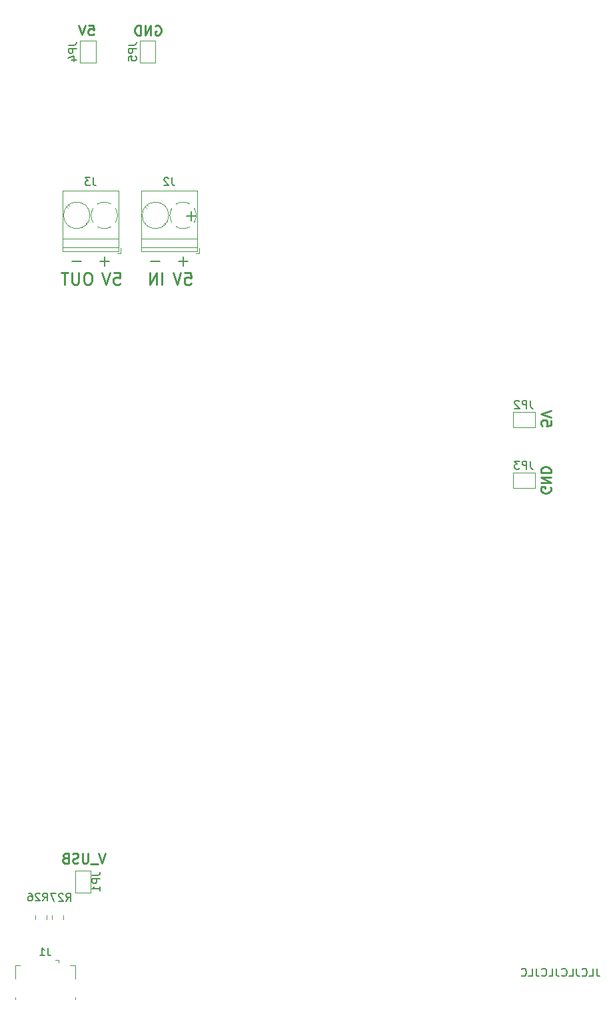
<source format=gbr>
%TF.GenerationSoftware,KiCad,Pcbnew,(7.0.0-0)*%
%TF.CreationDate,2023-05-03T20:48:31-04:00*%
%TF.ProjectId,InteractiveLEDs,496e7465-7261-4637-9469-76654c454473,rev?*%
%TF.SameCoordinates,Original*%
%TF.FileFunction,Legend,Bot*%
%TF.FilePolarity,Positive*%
%FSLAX46Y46*%
G04 Gerber Fmt 4.6, Leading zero omitted, Abs format (unit mm)*
G04 Created by KiCad (PCBNEW (7.0.0-0)) date 2023-05-03 20:48:31*
%MOMM*%
%LPD*%
G01*
G04 APERTURE LIST*
%ADD10C,0.250000*%
%ADD11C,0.200000*%
%ADD12C,0.150000*%
%ADD13C,0.120000*%
G04 APERTURE END LIST*
D10*
X145230952Y-144577976D02*
X144814285Y-145827976D01*
X144814285Y-145827976D02*
X144397619Y-144577976D01*
X144278571Y-145947023D02*
X143326190Y-145947023D01*
X143028570Y-144577976D02*
X143028570Y-145589880D01*
X143028570Y-145589880D02*
X142969047Y-145708928D01*
X142969047Y-145708928D02*
X142909523Y-145768452D01*
X142909523Y-145768452D02*
X142790475Y-145827976D01*
X142790475Y-145827976D02*
X142552380Y-145827976D01*
X142552380Y-145827976D02*
X142433332Y-145768452D01*
X142433332Y-145768452D02*
X142373809Y-145708928D01*
X142373809Y-145708928D02*
X142314285Y-145589880D01*
X142314285Y-145589880D02*
X142314285Y-144577976D01*
X141778570Y-145768452D02*
X141599999Y-145827976D01*
X141599999Y-145827976D02*
X141302380Y-145827976D01*
X141302380Y-145827976D02*
X141183332Y-145768452D01*
X141183332Y-145768452D02*
X141123808Y-145708928D01*
X141123808Y-145708928D02*
X141064285Y-145589880D01*
X141064285Y-145589880D02*
X141064285Y-145470833D01*
X141064285Y-145470833D02*
X141123808Y-145351785D01*
X141123808Y-145351785D02*
X141183332Y-145292261D01*
X141183332Y-145292261D02*
X141302380Y-145232738D01*
X141302380Y-145232738D02*
X141540475Y-145173214D01*
X141540475Y-145173214D02*
X141659523Y-145113690D01*
X141659523Y-145113690D02*
X141719046Y-145054166D01*
X141719046Y-145054166D02*
X141778570Y-144935119D01*
X141778570Y-144935119D02*
X141778570Y-144816071D01*
X141778570Y-144816071D02*
X141719046Y-144697023D01*
X141719046Y-144697023D02*
X141659523Y-144637500D01*
X141659523Y-144637500D02*
X141540475Y-144577976D01*
X141540475Y-144577976D02*
X141242856Y-144577976D01*
X141242856Y-144577976D02*
X141064285Y-144637500D01*
X140111904Y-145173214D02*
X139933332Y-145232738D01*
X139933332Y-145232738D02*
X139873809Y-145292261D01*
X139873809Y-145292261D02*
X139814285Y-145411309D01*
X139814285Y-145411309D02*
X139814285Y-145589880D01*
X139814285Y-145589880D02*
X139873809Y-145708928D01*
X139873809Y-145708928D02*
X139933332Y-145768452D01*
X139933332Y-145768452D02*
X140052380Y-145827976D01*
X140052380Y-145827976D02*
X140528570Y-145827976D01*
X140528570Y-145827976D02*
X140528570Y-144577976D01*
X140528570Y-144577976D02*
X140111904Y-144577976D01*
X140111904Y-144577976D02*
X139992856Y-144637500D01*
X139992856Y-144637500D02*
X139933332Y-144697023D01*
X139933332Y-144697023D02*
X139873809Y-144816071D01*
X139873809Y-144816071D02*
X139873809Y-144935119D01*
X139873809Y-144935119D02*
X139933332Y-145054166D01*
X139933332Y-145054166D02*
X139992856Y-145113690D01*
X139992856Y-145113690D02*
X140111904Y-145173214D01*
X140111904Y-145173214D02*
X140528570Y-145173214D01*
D11*
X142142857Y-69402142D02*
X141000000Y-69402142D01*
X207676190Y-159182380D02*
X207676190Y-159896666D01*
X207676190Y-159896666D02*
X207723809Y-160039523D01*
X207723809Y-160039523D02*
X207819047Y-160134761D01*
X207819047Y-160134761D02*
X207961904Y-160182380D01*
X207961904Y-160182380D02*
X208057142Y-160182380D01*
X206723809Y-160182380D02*
X207199999Y-160182380D01*
X207199999Y-160182380D02*
X207199999Y-159182380D01*
X205819047Y-160087142D02*
X205866666Y-160134761D01*
X205866666Y-160134761D02*
X206009523Y-160182380D01*
X206009523Y-160182380D02*
X206104761Y-160182380D01*
X206104761Y-160182380D02*
X206247618Y-160134761D01*
X206247618Y-160134761D02*
X206342856Y-160039523D01*
X206342856Y-160039523D02*
X206390475Y-159944285D01*
X206390475Y-159944285D02*
X206438094Y-159753809D01*
X206438094Y-159753809D02*
X206438094Y-159610952D01*
X206438094Y-159610952D02*
X206390475Y-159420476D01*
X206390475Y-159420476D02*
X206342856Y-159325238D01*
X206342856Y-159325238D02*
X206247618Y-159230000D01*
X206247618Y-159230000D02*
X206104761Y-159182380D01*
X206104761Y-159182380D02*
X206009523Y-159182380D01*
X206009523Y-159182380D02*
X205866666Y-159230000D01*
X205866666Y-159230000D02*
X205819047Y-159277619D01*
X205104761Y-159182380D02*
X205104761Y-159896666D01*
X205104761Y-159896666D02*
X205152380Y-160039523D01*
X205152380Y-160039523D02*
X205247618Y-160134761D01*
X205247618Y-160134761D02*
X205390475Y-160182380D01*
X205390475Y-160182380D02*
X205485713Y-160182380D01*
X204152380Y-160182380D02*
X204628570Y-160182380D01*
X204628570Y-160182380D02*
X204628570Y-159182380D01*
X203247618Y-160087142D02*
X203295237Y-160134761D01*
X203295237Y-160134761D02*
X203438094Y-160182380D01*
X203438094Y-160182380D02*
X203533332Y-160182380D01*
X203533332Y-160182380D02*
X203676189Y-160134761D01*
X203676189Y-160134761D02*
X203771427Y-160039523D01*
X203771427Y-160039523D02*
X203819046Y-159944285D01*
X203819046Y-159944285D02*
X203866665Y-159753809D01*
X203866665Y-159753809D02*
X203866665Y-159610952D01*
X203866665Y-159610952D02*
X203819046Y-159420476D01*
X203819046Y-159420476D02*
X203771427Y-159325238D01*
X203771427Y-159325238D02*
X203676189Y-159230000D01*
X203676189Y-159230000D02*
X203533332Y-159182380D01*
X203533332Y-159182380D02*
X203438094Y-159182380D01*
X203438094Y-159182380D02*
X203295237Y-159230000D01*
X203295237Y-159230000D02*
X203247618Y-159277619D01*
X202533332Y-159182380D02*
X202533332Y-159896666D01*
X202533332Y-159896666D02*
X202580951Y-160039523D01*
X202580951Y-160039523D02*
X202676189Y-160134761D01*
X202676189Y-160134761D02*
X202819046Y-160182380D01*
X202819046Y-160182380D02*
X202914284Y-160182380D01*
X201580951Y-160182380D02*
X202057141Y-160182380D01*
X202057141Y-160182380D02*
X202057141Y-159182380D01*
X200676189Y-160087142D02*
X200723808Y-160134761D01*
X200723808Y-160134761D02*
X200866665Y-160182380D01*
X200866665Y-160182380D02*
X200961903Y-160182380D01*
X200961903Y-160182380D02*
X201104760Y-160134761D01*
X201104760Y-160134761D02*
X201199998Y-160039523D01*
X201199998Y-160039523D02*
X201247617Y-159944285D01*
X201247617Y-159944285D02*
X201295236Y-159753809D01*
X201295236Y-159753809D02*
X201295236Y-159610952D01*
X201295236Y-159610952D02*
X201247617Y-159420476D01*
X201247617Y-159420476D02*
X201199998Y-159325238D01*
X201199998Y-159325238D02*
X201104760Y-159230000D01*
X201104760Y-159230000D02*
X200961903Y-159182380D01*
X200961903Y-159182380D02*
X200866665Y-159182380D01*
X200866665Y-159182380D02*
X200723808Y-159230000D01*
X200723808Y-159230000D02*
X200676189Y-159277619D01*
X199961903Y-159182380D02*
X199961903Y-159896666D01*
X199961903Y-159896666D02*
X200009522Y-160039523D01*
X200009522Y-160039523D02*
X200104760Y-160134761D01*
X200104760Y-160134761D02*
X200247617Y-160182380D01*
X200247617Y-160182380D02*
X200342855Y-160182380D01*
X199009522Y-160182380D02*
X199485712Y-160182380D01*
X199485712Y-160182380D02*
X199485712Y-159182380D01*
X198104760Y-160087142D02*
X198152379Y-160134761D01*
X198152379Y-160134761D02*
X198295236Y-160182380D01*
X198295236Y-160182380D02*
X198390474Y-160182380D01*
X198390474Y-160182380D02*
X198533331Y-160134761D01*
X198533331Y-160134761D02*
X198628569Y-160039523D01*
X198628569Y-160039523D02*
X198676188Y-159944285D01*
X198676188Y-159944285D02*
X198723807Y-159753809D01*
X198723807Y-159753809D02*
X198723807Y-159610952D01*
X198723807Y-159610952D02*
X198676188Y-159420476D01*
X198676188Y-159420476D02*
X198628569Y-159325238D01*
X198628569Y-159325238D02*
X198533331Y-159230000D01*
X198533331Y-159230000D02*
X198390474Y-159182380D01*
X198390474Y-159182380D02*
X198295236Y-159182380D01*
X198295236Y-159182380D02*
X198152379Y-159230000D01*
X198152379Y-159230000D02*
X198104760Y-159277619D01*
D10*
X201762500Y-98097619D02*
X201822023Y-98216666D01*
X201822023Y-98216666D02*
X201822023Y-98395238D01*
X201822023Y-98395238D02*
X201762500Y-98573809D01*
X201762500Y-98573809D02*
X201643452Y-98692857D01*
X201643452Y-98692857D02*
X201524404Y-98752380D01*
X201524404Y-98752380D02*
X201286309Y-98811904D01*
X201286309Y-98811904D02*
X201107738Y-98811904D01*
X201107738Y-98811904D02*
X200869642Y-98752380D01*
X200869642Y-98752380D02*
X200750595Y-98692857D01*
X200750595Y-98692857D02*
X200631547Y-98573809D01*
X200631547Y-98573809D02*
X200572023Y-98395238D01*
X200572023Y-98395238D02*
X200572023Y-98276190D01*
X200572023Y-98276190D02*
X200631547Y-98097619D01*
X200631547Y-98097619D02*
X200691071Y-98038095D01*
X200691071Y-98038095D02*
X201107738Y-98038095D01*
X201107738Y-98038095D02*
X201107738Y-98276190D01*
X200572023Y-97502380D02*
X201822023Y-97502380D01*
X201822023Y-97502380D02*
X200572023Y-96788095D01*
X200572023Y-96788095D02*
X201822023Y-96788095D01*
X200572023Y-96192856D02*
X201822023Y-96192856D01*
X201822023Y-96192856D02*
X201822023Y-95895237D01*
X201822023Y-95895237D02*
X201762500Y-95716666D01*
X201762500Y-95716666D02*
X201643452Y-95597618D01*
X201643452Y-95597618D02*
X201524404Y-95538095D01*
X201524404Y-95538095D02*
X201286309Y-95478571D01*
X201286309Y-95478571D02*
X201107738Y-95478571D01*
X201107738Y-95478571D02*
X200869642Y-95538095D01*
X200869642Y-95538095D02*
X200750595Y-95597618D01*
X200750595Y-95597618D02*
X200631547Y-95716666D01*
X200631547Y-95716666D02*
X200572023Y-95895237D01*
X200572023Y-95895237D02*
X200572023Y-96192856D01*
X146328571Y-70823571D02*
X147042857Y-70823571D01*
X147042857Y-70823571D02*
X147114285Y-71537857D01*
X147114285Y-71537857D02*
X147042857Y-71466428D01*
X147042857Y-71466428D02*
X146900000Y-71395000D01*
X146900000Y-71395000D02*
X146542857Y-71395000D01*
X146542857Y-71395000D02*
X146400000Y-71466428D01*
X146400000Y-71466428D02*
X146328571Y-71537857D01*
X146328571Y-71537857D02*
X146257142Y-71680714D01*
X146257142Y-71680714D02*
X146257142Y-72037857D01*
X146257142Y-72037857D02*
X146328571Y-72180714D01*
X146328571Y-72180714D02*
X146400000Y-72252142D01*
X146400000Y-72252142D02*
X146542857Y-72323571D01*
X146542857Y-72323571D02*
X146900000Y-72323571D01*
X146900000Y-72323571D02*
X147042857Y-72252142D01*
X147042857Y-72252142D02*
X147114285Y-72180714D01*
X145828571Y-70823571D02*
X145328571Y-72323571D01*
X145328571Y-72323571D02*
X144828571Y-70823571D01*
X143142857Y-70823571D02*
X142857143Y-70823571D01*
X142857143Y-70823571D02*
X142714286Y-70895000D01*
X142714286Y-70895000D02*
X142571429Y-71037857D01*
X142571429Y-71037857D02*
X142500000Y-71323571D01*
X142500000Y-71323571D02*
X142500000Y-71823571D01*
X142500000Y-71823571D02*
X142571429Y-72109285D01*
X142571429Y-72109285D02*
X142714286Y-72252142D01*
X142714286Y-72252142D02*
X142857143Y-72323571D01*
X142857143Y-72323571D02*
X143142857Y-72323571D01*
X143142857Y-72323571D02*
X143285715Y-72252142D01*
X143285715Y-72252142D02*
X143428572Y-72109285D01*
X143428572Y-72109285D02*
X143500000Y-71823571D01*
X143500000Y-71823571D02*
X143500000Y-71323571D01*
X143500000Y-71323571D02*
X143428572Y-71037857D01*
X143428572Y-71037857D02*
X143285715Y-70895000D01*
X143285715Y-70895000D02*
X143142857Y-70823571D01*
X141857143Y-70823571D02*
X141857143Y-72037857D01*
X141857143Y-72037857D02*
X141785714Y-72180714D01*
X141785714Y-72180714D02*
X141714286Y-72252142D01*
X141714286Y-72252142D02*
X141571428Y-72323571D01*
X141571428Y-72323571D02*
X141285714Y-72323571D01*
X141285714Y-72323571D02*
X141142857Y-72252142D01*
X141142857Y-72252142D02*
X141071428Y-72180714D01*
X141071428Y-72180714D02*
X141000000Y-72037857D01*
X141000000Y-72037857D02*
X141000000Y-70823571D01*
X140499999Y-70823571D02*
X139642857Y-70823571D01*
X140071428Y-72323571D02*
X140071428Y-70823571D01*
D11*
X145692857Y-69402142D02*
X144550000Y-69402142D01*
X145121428Y-69973571D02*
X145121428Y-68830714D01*
X152142857Y-69402142D02*
X151000000Y-69402142D01*
X155692857Y-69402142D02*
X154550000Y-69402142D01*
X155121428Y-69973571D02*
X155121428Y-68830714D01*
D10*
X143107142Y-39377976D02*
X143702380Y-39377976D01*
X143702380Y-39377976D02*
X143761904Y-39973214D01*
X143761904Y-39973214D02*
X143702380Y-39913690D01*
X143702380Y-39913690D02*
X143583333Y-39854166D01*
X143583333Y-39854166D02*
X143285714Y-39854166D01*
X143285714Y-39854166D02*
X143166666Y-39913690D01*
X143166666Y-39913690D02*
X143107142Y-39973214D01*
X143107142Y-39973214D02*
X143047619Y-40092261D01*
X143047619Y-40092261D02*
X143047619Y-40389880D01*
X143047619Y-40389880D02*
X143107142Y-40508928D01*
X143107142Y-40508928D02*
X143166666Y-40568452D01*
X143166666Y-40568452D02*
X143285714Y-40627976D01*
X143285714Y-40627976D02*
X143583333Y-40627976D01*
X143583333Y-40627976D02*
X143702380Y-40568452D01*
X143702380Y-40568452D02*
X143761904Y-40508928D01*
X142690476Y-39377976D02*
X142273809Y-40627976D01*
X142273809Y-40627976D02*
X141857143Y-39377976D01*
X201872023Y-89607142D02*
X201872023Y-90202380D01*
X201872023Y-90202380D02*
X201276785Y-90261904D01*
X201276785Y-90261904D02*
X201336309Y-90202380D01*
X201336309Y-90202380D02*
X201395833Y-90083333D01*
X201395833Y-90083333D02*
X201395833Y-89785714D01*
X201395833Y-89785714D02*
X201336309Y-89666666D01*
X201336309Y-89666666D02*
X201276785Y-89607142D01*
X201276785Y-89607142D02*
X201157738Y-89547619D01*
X201157738Y-89547619D02*
X200860119Y-89547619D01*
X200860119Y-89547619D02*
X200741071Y-89607142D01*
X200741071Y-89607142D02*
X200681547Y-89666666D01*
X200681547Y-89666666D02*
X200622023Y-89785714D01*
X200622023Y-89785714D02*
X200622023Y-90083333D01*
X200622023Y-90083333D02*
X200681547Y-90202380D01*
X200681547Y-90202380D02*
X200741071Y-90261904D01*
X201872023Y-89190476D02*
X200622023Y-88773809D01*
X200622023Y-88773809D02*
X201872023Y-88357143D01*
X151597619Y-39487500D02*
X151716666Y-39427976D01*
X151716666Y-39427976D02*
X151895238Y-39427976D01*
X151895238Y-39427976D02*
X152073809Y-39487500D01*
X152073809Y-39487500D02*
X152192857Y-39606547D01*
X152192857Y-39606547D02*
X152252380Y-39725595D01*
X152252380Y-39725595D02*
X152311904Y-39963690D01*
X152311904Y-39963690D02*
X152311904Y-40142261D01*
X152311904Y-40142261D02*
X152252380Y-40380357D01*
X152252380Y-40380357D02*
X152192857Y-40499404D01*
X152192857Y-40499404D02*
X152073809Y-40618452D01*
X152073809Y-40618452D02*
X151895238Y-40677976D01*
X151895238Y-40677976D02*
X151776190Y-40677976D01*
X151776190Y-40677976D02*
X151597619Y-40618452D01*
X151597619Y-40618452D02*
X151538095Y-40558928D01*
X151538095Y-40558928D02*
X151538095Y-40142261D01*
X151538095Y-40142261D02*
X151776190Y-40142261D01*
X151002380Y-40677976D02*
X151002380Y-39427976D01*
X151002380Y-39427976D02*
X150288095Y-40677976D01*
X150288095Y-40677976D02*
X150288095Y-39427976D01*
X149692856Y-40677976D02*
X149692856Y-39427976D01*
X149692856Y-39427976D02*
X149395237Y-39427976D01*
X149395237Y-39427976D02*
X149216666Y-39487500D01*
X149216666Y-39487500D02*
X149097618Y-39606547D01*
X149097618Y-39606547D02*
X149038095Y-39725595D01*
X149038095Y-39725595D02*
X148978571Y-39963690D01*
X148978571Y-39963690D02*
X148978571Y-40142261D01*
X148978571Y-40142261D02*
X149038095Y-40380357D01*
X149038095Y-40380357D02*
X149097618Y-40499404D01*
X149097618Y-40499404D02*
X149216666Y-40618452D01*
X149216666Y-40618452D02*
X149395237Y-40677976D01*
X149395237Y-40677976D02*
X149692856Y-40677976D01*
D11*
X156697970Y-63652142D02*
X155555113Y-63652142D01*
X156126541Y-64223571D02*
X156126541Y-63080714D01*
D10*
X155328571Y-70823571D02*
X156042857Y-70823571D01*
X156042857Y-70823571D02*
X156114285Y-71537857D01*
X156114285Y-71537857D02*
X156042857Y-71466428D01*
X156042857Y-71466428D02*
X155900000Y-71395000D01*
X155900000Y-71395000D02*
X155542857Y-71395000D01*
X155542857Y-71395000D02*
X155400000Y-71466428D01*
X155400000Y-71466428D02*
X155328571Y-71537857D01*
X155328571Y-71537857D02*
X155257142Y-71680714D01*
X155257142Y-71680714D02*
X155257142Y-72037857D01*
X155257142Y-72037857D02*
X155328571Y-72180714D01*
X155328571Y-72180714D02*
X155400000Y-72252142D01*
X155400000Y-72252142D02*
X155542857Y-72323571D01*
X155542857Y-72323571D02*
X155900000Y-72323571D01*
X155900000Y-72323571D02*
X156042857Y-72252142D01*
X156042857Y-72252142D02*
X156114285Y-72180714D01*
X154828571Y-70823571D02*
X154328571Y-72323571D01*
X154328571Y-72323571D02*
X153828571Y-70823571D01*
X152428572Y-72323571D02*
X152428572Y-70823571D01*
X151714286Y-72323571D02*
X151714286Y-70823571D01*
X151714286Y-70823571D02*
X150857143Y-72323571D01*
X150857143Y-72323571D02*
X150857143Y-70823571D01*
D12*
%TO.C,J3*%
X143683333Y-58757380D02*
X143683333Y-59471666D01*
X143683333Y-59471666D02*
X143730952Y-59614523D01*
X143730952Y-59614523D02*
X143826190Y-59709761D01*
X143826190Y-59709761D02*
X143969047Y-59757380D01*
X143969047Y-59757380D02*
X144064285Y-59757380D01*
X143302380Y-58757380D02*
X142683333Y-58757380D01*
X142683333Y-58757380D02*
X143016666Y-59138333D01*
X143016666Y-59138333D02*
X142873809Y-59138333D01*
X142873809Y-59138333D02*
X142778571Y-59185952D01*
X142778571Y-59185952D02*
X142730952Y-59233571D01*
X142730952Y-59233571D02*
X142683333Y-59328809D01*
X142683333Y-59328809D02*
X142683333Y-59566904D01*
X142683333Y-59566904D02*
X142730952Y-59662142D01*
X142730952Y-59662142D02*
X142778571Y-59709761D01*
X142778571Y-59709761D02*
X142873809Y-59757380D01*
X142873809Y-59757380D02*
X143159523Y-59757380D01*
X143159523Y-59757380D02*
X143254761Y-59709761D01*
X143254761Y-59709761D02*
X143302380Y-59662142D01*
%TO.C,R26*%
X137292857Y-150617380D02*
X137626190Y-150141190D01*
X137864285Y-150617380D02*
X137864285Y-149617380D01*
X137864285Y-149617380D02*
X137483333Y-149617380D01*
X137483333Y-149617380D02*
X137388095Y-149665000D01*
X137388095Y-149665000D02*
X137340476Y-149712619D01*
X137340476Y-149712619D02*
X137292857Y-149807857D01*
X137292857Y-149807857D02*
X137292857Y-149950714D01*
X137292857Y-149950714D02*
X137340476Y-150045952D01*
X137340476Y-150045952D02*
X137388095Y-150093571D01*
X137388095Y-150093571D02*
X137483333Y-150141190D01*
X137483333Y-150141190D02*
X137864285Y-150141190D01*
X136911904Y-149712619D02*
X136864285Y-149665000D01*
X136864285Y-149665000D02*
X136769047Y-149617380D01*
X136769047Y-149617380D02*
X136530952Y-149617380D01*
X136530952Y-149617380D02*
X136435714Y-149665000D01*
X136435714Y-149665000D02*
X136388095Y-149712619D01*
X136388095Y-149712619D02*
X136340476Y-149807857D01*
X136340476Y-149807857D02*
X136340476Y-149903095D01*
X136340476Y-149903095D02*
X136388095Y-150045952D01*
X136388095Y-150045952D02*
X136959523Y-150617380D01*
X136959523Y-150617380D02*
X136340476Y-150617380D01*
X135483333Y-149617380D02*
X135673809Y-149617380D01*
X135673809Y-149617380D02*
X135769047Y-149665000D01*
X135769047Y-149665000D02*
X135816666Y-149712619D01*
X135816666Y-149712619D02*
X135911904Y-149855476D01*
X135911904Y-149855476D02*
X135959523Y-150045952D01*
X135959523Y-150045952D02*
X135959523Y-150426904D01*
X135959523Y-150426904D02*
X135911904Y-150522142D01*
X135911904Y-150522142D02*
X135864285Y-150569761D01*
X135864285Y-150569761D02*
X135769047Y-150617380D01*
X135769047Y-150617380D02*
X135578571Y-150617380D01*
X135578571Y-150617380D02*
X135483333Y-150569761D01*
X135483333Y-150569761D02*
X135435714Y-150522142D01*
X135435714Y-150522142D02*
X135388095Y-150426904D01*
X135388095Y-150426904D02*
X135388095Y-150188809D01*
X135388095Y-150188809D02*
X135435714Y-150093571D01*
X135435714Y-150093571D02*
X135483333Y-150045952D01*
X135483333Y-150045952D02*
X135578571Y-149998333D01*
X135578571Y-149998333D02*
X135769047Y-149998333D01*
X135769047Y-149998333D02*
X135864285Y-150045952D01*
X135864285Y-150045952D02*
X135911904Y-150093571D01*
X135911904Y-150093571D02*
X135959523Y-150188809D01*
%TO.C,JP4*%
X140567380Y-41916666D02*
X141281666Y-41916666D01*
X141281666Y-41916666D02*
X141424523Y-41869047D01*
X141424523Y-41869047D02*
X141519761Y-41773809D01*
X141519761Y-41773809D02*
X141567380Y-41630952D01*
X141567380Y-41630952D02*
X141567380Y-41535714D01*
X141567380Y-42392857D02*
X140567380Y-42392857D01*
X140567380Y-42392857D02*
X140567380Y-42773809D01*
X140567380Y-42773809D02*
X140615000Y-42869047D01*
X140615000Y-42869047D02*
X140662619Y-42916666D01*
X140662619Y-42916666D02*
X140757857Y-42964285D01*
X140757857Y-42964285D02*
X140900714Y-42964285D01*
X140900714Y-42964285D02*
X140995952Y-42916666D01*
X140995952Y-42916666D02*
X141043571Y-42869047D01*
X141043571Y-42869047D02*
X141091190Y-42773809D01*
X141091190Y-42773809D02*
X141091190Y-42392857D01*
X140900714Y-43821428D02*
X141567380Y-43821428D01*
X140519761Y-43583333D02*
X141234047Y-43345238D01*
X141234047Y-43345238D02*
X141234047Y-43964285D01*
%TO.C,R27*%
X140242857Y-150667380D02*
X140576190Y-150191190D01*
X140814285Y-150667380D02*
X140814285Y-149667380D01*
X140814285Y-149667380D02*
X140433333Y-149667380D01*
X140433333Y-149667380D02*
X140338095Y-149715000D01*
X140338095Y-149715000D02*
X140290476Y-149762619D01*
X140290476Y-149762619D02*
X140242857Y-149857857D01*
X140242857Y-149857857D02*
X140242857Y-150000714D01*
X140242857Y-150000714D02*
X140290476Y-150095952D01*
X140290476Y-150095952D02*
X140338095Y-150143571D01*
X140338095Y-150143571D02*
X140433333Y-150191190D01*
X140433333Y-150191190D02*
X140814285Y-150191190D01*
X139861904Y-149762619D02*
X139814285Y-149715000D01*
X139814285Y-149715000D02*
X139719047Y-149667380D01*
X139719047Y-149667380D02*
X139480952Y-149667380D01*
X139480952Y-149667380D02*
X139385714Y-149715000D01*
X139385714Y-149715000D02*
X139338095Y-149762619D01*
X139338095Y-149762619D02*
X139290476Y-149857857D01*
X139290476Y-149857857D02*
X139290476Y-149953095D01*
X139290476Y-149953095D02*
X139338095Y-150095952D01*
X139338095Y-150095952D02*
X139909523Y-150667380D01*
X139909523Y-150667380D02*
X139290476Y-150667380D01*
X138957142Y-149667380D02*
X138290476Y-149667380D01*
X138290476Y-149667380D02*
X138719047Y-150667380D01*
%TO.C,J1*%
X137908333Y-156567380D02*
X137908333Y-157281666D01*
X137908333Y-157281666D02*
X137955952Y-157424523D01*
X137955952Y-157424523D02*
X138051190Y-157519761D01*
X138051190Y-157519761D02*
X138194047Y-157567380D01*
X138194047Y-157567380D02*
X138289285Y-157567380D01*
X136908333Y-157567380D02*
X137479761Y-157567380D01*
X137194047Y-157567380D02*
X137194047Y-156567380D01*
X137194047Y-156567380D02*
X137289285Y-156710238D01*
X137289285Y-156710238D02*
X137384523Y-156805476D01*
X137384523Y-156805476D02*
X137479761Y-156853095D01*
%TO.C,JP1*%
X143567380Y-147341666D02*
X144281666Y-147341666D01*
X144281666Y-147341666D02*
X144424523Y-147294047D01*
X144424523Y-147294047D02*
X144519761Y-147198809D01*
X144519761Y-147198809D02*
X144567380Y-147055952D01*
X144567380Y-147055952D02*
X144567380Y-146960714D01*
X144567380Y-147817857D02*
X143567380Y-147817857D01*
X143567380Y-147817857D02*
X143567380Y-148198809D01*
X143567380Y-148198809D02*
X143615000Y-148294047D01*
X143615000Y-148294047D02*
X143662619Y-148341666D01*
X143662619Y-148341666D02*
X143757857Y-148389285D01*
X143757857Y-148389285D02*
X143900714Y-148389285D01*
X143900714Y-148389285D02*
X143995952Y-148341666D01*
X143995952Y-148341666D02*
X144043571Y-148294047D01*
X144043571Y-148294047D02*
X144091190Y-148198809D01*
X144091190Y-148198809D02*
X144091190Y-147817857D01*
X144567380Y-149341666D02*
X144567380Y-148770238D01*
X144567380Y-149055952D02*
X143567380Y-149055952D01*
X143567380Y-149055952D02*
X143710238Y-148960714D01*
X143710238Y-148960714D02*
X143805476Y-148865476D01*
X143805476Y-148865476D02*
X143853095Y-148770238D01*
%TO.C,JP3*%
X199233333Y-94767380D02*
X199233333Y-95481666D01*
X199233333Y-95481666D02*
X199280952Y-95624523D01*
X199280952Y-95624523D02*
X199376190Y-95719761D01*
X199376190Y-95719761D02*
X199519047Y-95767380D01*
X199519047Y-95767380D02*
X199614285Y-95767380D01*
X198757142Y-95767380D02*
X198757142Y-94767380D01*
X198757142Y-94767380D02*
X198376190Y-94767380D01*
X198376190Y-94767380D02*
X198280952Y-94815000D01*
X198280952Y-94815000D02*
X198233333Y-94862619D01*
X198233333Y-94862619D02*
X198185714Y-94957857D01*
X198185714Y-94957857D02*
X198185714Y-95100714D01*
X198185714Y-95100714D02*
X198233333Y-95195952D01*
X198233333Y-95195952D02*
X198280952Y-95243571D01*
X198280952Y-95243571D02*
X198376190Y-95291190D01*
X198376190Y-95291190D02*
X198757142Y-95291190D01*
X197852380Y-94767380D02*
X197233333Y-94767380D01*
X197233333Y-94767380D02*
X197566666Y-95148333D01*
X197566666Y-95148333D02*
X197423809Y-95148333D01*
X197423809Y-95148333D02*
X197328571Y-95195952D01*
X197328571Y-95195952D02*
X197280952Y-95243571D01*
X197280952Y-95243571D02*
X197233333Y-95338809D01*
X197233333Y-95338809D02*
X197233333Y-95576904D01*
X197233333Y-95576904D02*
X197280952Y-95672142D01*
X197280952Y-95672142D02*
X197328571Y-95719761D01*
X197328571Y-95719761D02*
X197423809Y-95767380D01*
X197423809Y-95767380D02*
X197709523Y-95767380D01*
X197709523Y-95767380D02*
X197804761Y-95719761D01*
X197804761Y-95719761D02*
X197852380Y-95672142D01*
%TO.C,J2*%
X153683333Y-58757380D02*
X153683333Y-59471666D01*
X153683333Y-59471666D02*
X153730952Y-59614523D01*
X153730952Y-59614523D02*
X153826190Y-59709761D01*
X153826190Y-59709761D02*
X153969047Y-59757380D01*
X153969047Y-59757380D02*
X154064285Y-59757380D01*
X153254761Y-58852619D02*
X153207142Y-58805000D01*
X153207142Y-58805000D02*
X153111904Y-58757380D01*
X153111904Y-58757380D02*
X152873809Y-58757380D01*
X152873809Y-58757380D02*
X152778571Y-58805000D01*
X152778571Y-58805000D02*
X152730952Y-58852619D01*
X152730952Y-58852619D02*
X152683333Y-58947857D01*
X152683333Y-58947857D02*
X152683333Y-59043095D01*
X152683333Y-59043095D02*
X152730952Y-59185952D01*
X152730952Y-59185952D02*
X153302380Y-59757380D01*
X153302380Y-59757380D02*
X152683333Y-59757380D01*
%TO.C,JP5*%
X148167380Y-41916666D02*
X148881666Y-41916666D01*
X148881666Y-41916666D02*
X149024523Y-41869047D01*
X149024523Y-41869047D02*
X149119761Y-41773809D01*
X149119761Y-41773809D02*
X149167380Y-41630952D01*
X149167380Y-41630952D02*
X149167380Y-41535714D01*
X149167380Y-42392857D02*
X148167380Y-42392857D01*
X148167380Y-42392857D02*
X148167380Y-42773809D01*
X148167380Y-42773809D02*
X148215000Y-42869047D01*
X148215000Y-42869047D02*
X148262619Y-42916666D01*
X148262619Y-42916666D02*
X148357857Y-42964285D01*
X148357857Y-42964285D02*
X148500714Y-42964285D01*
X148500714Y-42964285D02*
X148595952Y-42916666D01*
X148595952Y-42916666D02*
X148643571Y-42869047D01*
X148643571Y-42869047D02*
X148691190Y-42773809D01*
X148691190Y-42773809D02*
X148691190Y-42392857D01*
X148167380Y-43869047D02*
X148167380Y-43392857D01*
X148167380Y-43392857D02*
X148643571Y-43345238D01*
X148643571Y-43345238D02*
X148595952Y-43392857D01*
X148595952Y-43392857D02*
X148548333Y-43488095D01*
X148548333Y-43488095D02*
X148548333Y-43726190D01*
X148548333Y-43726190D02*
X148595952Y-43821428D01*
X148595952Y-43821428D02*
X148643571Y-43869047D01*
X148643571Y-43869047D02*
X148738809Y-43916666D01*
X148738809Y-43916666D02*
X148976904Y-43916666D01*
X148976904Y-43916666D02*
X149072142Y-43869047D01*
X149072142Y-43869047D02*
X149119761Y-43821428D01*
X149119761Y-43821428D02*
X149167380Y-43726190D01*
X149167380Y-43726190D02*
X149167380Y-43488095D01*
X149167380Y-43488095D02*
X149119761Y-43392857D01*
X149119761Y-43392857D02*
X149072142Y-43345238D01*
%TO.C,JP2*%
X199233333Y-87067380D02*
X199233333Y-87781666D01*
X199233333Y-87781666D02*
X199280952Y-87924523D01*
X199280952Y-87924523D02*
X199376190Y-88019761D01*
X199376190Y-88019761D02*
X199519047Y-88067380D01*
X199519047Y-88067380D02*
X199614285Y-88067380D01*
X198757142Y-88067380D02*
X198757142Y-87067380D01*
X198757142Y-87067380D02*
X198376190Y-87067380D01*
X198376190Y-87067380D02*
X198280952Y-87115000D01*
X198280952Y-87115000D02*
X198233333Y-87162619D01*
X198233333Y-87162619D02*
X198185714Y-87257857D01*
X198185714Y-87257857D02*
X198185714Y-87400714D01*
X198185714Y-87400714D02*
X198233333Y-87495952D01*
X198233333Y-87495952D02*
X198280952Y-87543571D01*
X198280952Y-87543571D02*
X198376190Y-87591190D01*
X198376190Y-87591190D02*
X198757142Y-87591190D01*
X197804761Y-87162619D02*
X197757142Y-87115000D01*
X197757142Y-87115000D02*
X197661904Y-87067380D01*
X197661904Y-87067380D02*
X197423809Y-87067380D01*
X197423809Y-87067380D02*
X197328571Y-87115000D01*
X197328571Y-87115000D02*
X197280952Y-87162619D01*
X197280952Y-87162619D02*
X197233333Y-87257857D01*
X197233333Y-87257857D02*
X197233333Y-87353095D01*
X197233333Y-87353095D02*
X197280952Y-87495952D01*
X197280952Y-87495952D02*
X197852380Y-88067380D01*
X197852380Y-88067380D02*
X197233333Y-88067380D01*
D13*
%TO.C,J3*%
X147150000Y-68350000D02*
X146750000Y-68350000D01*
X147150000Y-67710000D02*
X147150000Y-68350000D01*
X146910000Y-68110000D02*
X139790000Y-68110000D01*
X146910000Y-67650000D02*
X139790000Y-67650000D01*
X146910000Y-66550000D02*
X139790000Y-66550000D01*
X146910000Y-60390000D02*
X146910000Y-68110000D01*
X146910000Y-60390000D02*
X139790000Y-60390000D01*
X142745000Y-64491000D02*
X142874000Y-64619000D01*
X142575000Y-64731000D02*
X142669000Y-64824000D01*
X140530000Y-62275000D02*
X140624000Y-62369000D01*
X140325000Y-62481000D02*
X140454000Y-62609000D01*
X139790000Y-60390000D02*
X139790000Y-68110000D01*
X146525358Y-64439894D02*
G75*
G03*
X146540000Y-62684000I-1425356J889894D01*
G01*
X145071326Y-65230098D02*
G75*
G03*
X145966000Y-64990000I28671J1680112D01*
G01*
X144209736Y-64974721D02*
G75*
G03*
X145100000Y-65230000I890261J1424711D01*
G01*
X145989894Y-62124642D02*
G75*
G03*
X144234000Y-62110000I-889894J-1425356D01*
G01*
X143674496Y-62659807D02*
G75*
G03*
X143675000Y-64441000I1425507J-890193D01*
G01*
X143280000Y-63550000D02*
G75*
G03*
X143280000Y-63550000I-1680000J0D01*
G01*
%TO.C,R26*%
X137785000Y-152472936D02*
X137785000Y-152927064D01*
X136315000Y-152472936D02*
X136315000Y-152927064D01*
%TO.C,JP4*%
X144000000Y-41350000D02*
X142000000Y-41350000D01*
X142000000Y-41350000D02*
X142000000Y-44150000D01*
X144000000Y-44150000D02*
X144000000Y-41350000D01*
X142000000Y-44150000D02*
X144000000Y-44150000D01*
%TO.C,R27*%
X139885000Y-152472936D02*
X139885000Y-152927064D01*
X138415000Y-152472936D02*
X138415000Y-152927064D01*
%TO.C,J1*%
X141385000Y-163090000D02*
X141385000Y-162880000D01*
X141385000Y-160520000D02*
X141385000Y-158790000D01*
X141385000Y-158790000D02*
X140725000Y-158790000D01*
X139335000Y-158090000D02*
X139335000Y-158480000D01*
X139335000Y-158090000D02*
X138885000Y-158090000D01*
X133765000Y-163090000D02*
X133765000Y-162880000D01*
X133765000Y-160520000D02*
X133765000Y-158790000D01*
X133765000Y-158790000D02*
X134415000Y-158790000D01*
%TO.C,JP1*%
X141400000Y-149575000D02*
X143400000Y-149575000D01*
X143400000Y-149575000D02*
X143400000Y-146775000D01*
X141400000Y-146775000D02*
X141400000Y-149575000D01*
X143400000Y-146775000D02*
X141400000Y-146775000D01*
%TO.C,JP3*%
X199800000Y-98200000D02*
X199800000Y-96200000D01*
X199800000Y-96200000D02*
X197000000Y-96200000D01*
X197000000Y-98200000D02*
X199800000Y-98200000D01*
X197000000Y-96200000D02*
X197000000Y-98200000D01*
%TO.C,J2*%
X157150000Y-68350000D02*
X156750000Y-68350000D01*
X157150000Y-67710000D02*
X157150000Y-68350000D01*
X156910000Y-68110000D02*
X149790000Y-68110000D01*
X156910000Y-67650000D02*
X149790000Y-67650000D01*
X156910000Y-66550000D02*
X149790000Y-66550000D01*
X156910000Y-60390000D02*
X156910000Y-68110000D01*
X156910000Y-60390000D02*
X149790000Y-60390000D01*
X152745000Y-64491000D02*
X152874000Y-64619000D01*
X152575000Y-64731000D02*
X152669000Y-64824000D01*
X150530000Y-62275000D02*
X150624000Y-62369000D01*
X150325000Y-62481000D02*
X150454000Y-62609000D01*
X149790000Y-60390000D02*
X149790000Y-68110000D01*
X156525358Y-64439894D02*
G75*
G03*
X156540000Y-62684000I-1425356J889894D01*
G01*
X155071326Y-65230098D02*
G75*
G03*
X155966000Y-64990000I28671J1680112D01*
G01*
X154209736Y-64974721D02*
G75*
G03*
X155100000Y-65230000I890261J1424711D01*
G01*
X155989894Y-62124642D02*
G75*
G03*
X154234000Y-62110000I-889894J-1425356D01*
G01*
X153674496Y-62659807D02*
G75*
G03*
X153675000Y-64441000I1425507J-890193D01*
G01*
X153280000Y-63550000D02*
G75*
G03*
X153280000Y-63550000I-1680000J0D01*
G01*
%TO.C,JP5*%
X151600000Y-41350000D02*
X149600000Y-41350000D01*
X149600000Y-41350000D02*
X149600000Y-44150000D01*
X151600000Y-44150000D02*
X151600000Y-41350000D01*
X149600000Y-44150000D02*
X151600000Y-44150000D01*
%TO.C,JP2*%
X199800000Y-90500000D02*
X199800000Y-88500000D01*
X199800000Y-88500000D02*
X197000000Y-88500000D01*
X197000000Y-90500000D02*
X199800000Y-90500000D01*
X197000000Y-88500000D02*
X197000000Y-90500000D01*
%TD*%
M02*

</source>
